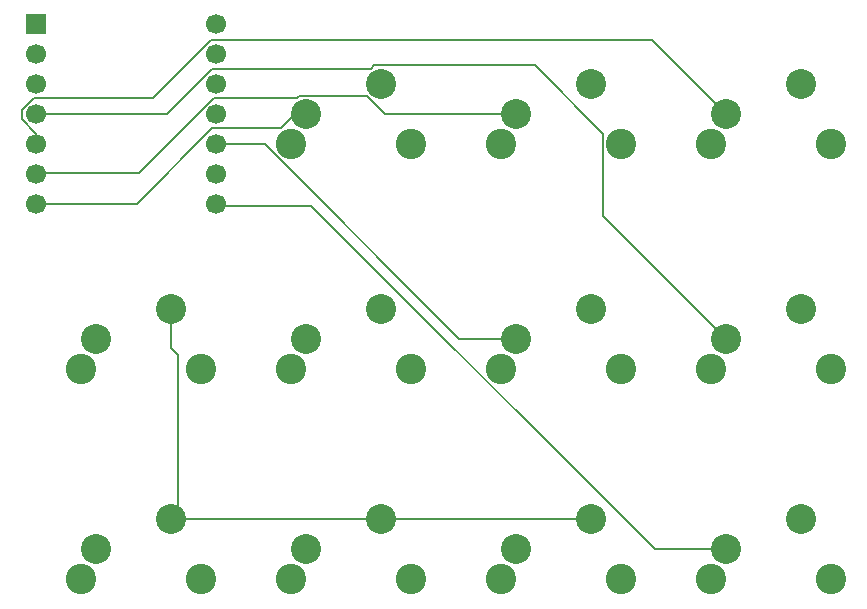
<source format=gbr>
G04 EAGLE Gerber RS-274X export*
G75*
%MOMM*%
%FSLAX34Y34*%
%LPD*%
%INBottom Copper*%
%IPPOS*%
%AMOC8*
5,1,8,0,0,1.08239X$1,22.5*%
G01*
G04 Define Apertures*
%ADD10C,2.540000*%
%ADD11C,2.571600*%
%ADD12R,1.700000X1.700000*%
%ADD13C,1.700000*%
%ADD14C,0.152400*%
D10*
X266700Y482600D03*
X330200Y508000D03*
D11*
X254000Y457200D03*
X355600Y457200D03*
D10*
X444500Y673100D03*
X508000Y698500D03*
D11*
X431800Y647700D03*
X533400Y647700D03*
D10*
X266700Y673100D03*
X330200Y698500D03*
D11*
X254000Y647700D03*
X355600Y647700D03*
D10*
X444500Y482600D03*
X508000Y508000D03*
D11*
X431800Y457200D03*
X533400Y457200D03*
D10*
X88900Y482600D03*
X152400Y508000D03*
D11*
X76200Y457200D03*
X177800Y457200D03*
D10*
X622300Y304800D03*
X685800Y330200D03*
D11*
X609600Y279400D03*
X711200Y279400D03*
D10*
X444500Y304800D03*
X508000Y330200D03*
D11*
X431800Y279400D03*
X533400Y279400D03*
D10*
X266700Y304800D03*
X330200Y330200D03*
D11*
X254000Y279400D03*
X355600Y279400D03*
D10*
X88900Y304800D03*
X152400Y330200D03*
D11*
X76200Y279400D03*
X177800Y279400D03*
D10*
X622300Y482600D03*
X685800Y508000D03*
D11*
X609600Y457200D03*
X711200Y457200D03*
D10*
X622300Y673100D03*
X685800Y698500D03*
D11*
X609600Y647700D03*
X711200Y647700D03*
D12*
X38100Y749300D03*
D13*
X38100Y723900D03*
X38100Y698500D03*
X38100Y673100D03*
X38100Y647700D03*
X38100Y622300D03*
X38100Y596900D03*
X190500Y596900D03*
X190500Y622300D03*
X190500Y647700D03*
X190500Y673100D03*
X190500Y698500D03*
X190500Y723900D03*
X190500Y749300D03*
D14*
X149352Y673608D02*
X38100Y673608D01*
X149352Y673608D02*
X187452Y711708D01*
X321564Y711708D01*
X324612Y714756D01*
X460248Y714756D01*
X518160Y656844D01*
X518160Y586740D01*
X622300Y482600D01*
X38100Y673100D02*
X38100Y673608D01*
X38100Y656844D02*
X38100Y647700D01*
X38100Y656844D02*
X25908Y669036D01*
X25908Y676656D01*
X36576Y687324D01*
X137160Y687324D01*
X185928Y736092D01*
X559308Y736092D01*
X622300Y673100D01*
X124968Y623316D02*
X38100Y623316D01*
X124968Y623316D02*
X188976Y687324D01*
X259080Y687324D01*
X260604Y688848D01*
X318516Y688848D01*
X333756Y673608D01*
X443484Y673608D01*
X38100Y623316D02*
X38100Y622300D01*
X443484Y673608D02*
X444500Y673100D01*
X123444Y597408D02*
X38100Y597408D01*
X123444Y597408D02*
X187452Y661416D01*
X245364Y661416D01*
X256032Y672084D01*
X266700Y672084D01*
X38100Y597408D02*
X38100Y596900D01*
X266700Y672084D02*
X266700Y673100D01*
X231648Y647700D02*
X190500Y647700D01*
X231648Y647700D02*
X396240Y483108D01*
X443484Y483108D01*
X444500Y482600D01*
X271272Y595884D02*
X190500Y595884D01*
X271272Y595884D02*
X562356Y304800D01*
X622300Y304800D01*
X190500Y595884D02*
X190500Y596900D01*
X158496Y330708D02*
X329184Y330708D01*
X158496Y330708D02*
X152400Y330708D01*
X152400Y330200D01*
X329184Y330708D02*
X330200Y330200D01*
X152400Y475488D02*
X152400Y508000D01*
X152400Y475488D02*
X158496Y469392D01*
X158496Y330708D01*
X152400Y330200D01*
X330708Y330708D02*
X507492Y330708D01*
X508000Y330200D01*
X330708Y330708D02*
X330200Y330200D01*
M02*

</source>
